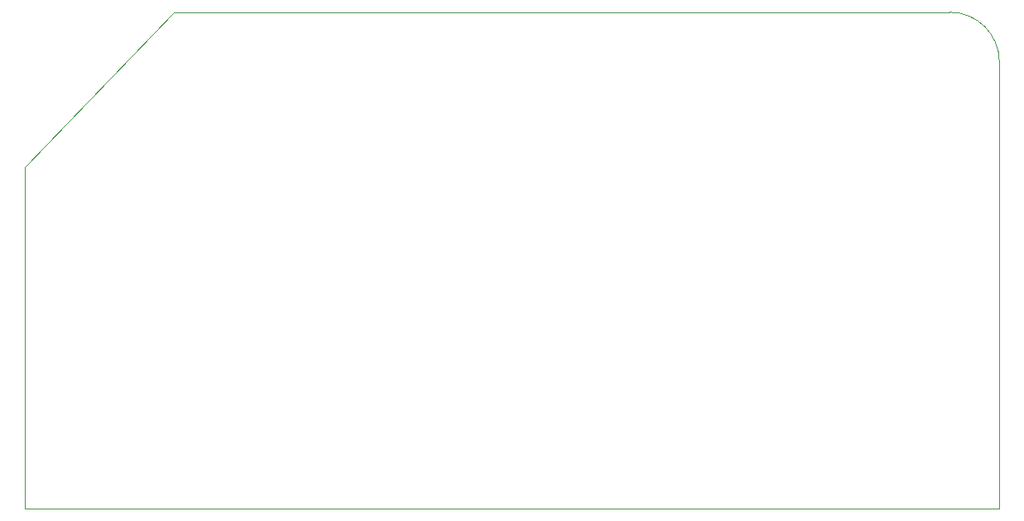
<source format=gbr>
G04 #@! TF.GenerationSoftware,KiCad,Pcbnew,(5.1.10)-1*
G04 #@! TF.CreationDate,2021-10-20T19:59:30+02:00*
G04 #@! TF.ProjectId,Arcnet,4172636e-6574-42e6-9b69-6361645f7063,rev?*
G04 #@! TF.SameCoordinates,Original*
G04 #@! TF.FileFunction,Profile,NP*
%FSLAX46Y46*%
G04 Gerber Fmt 4.6, Leading zero omitted, Abs format (unit mm)*
G04 Created by KiCad (PCBNEW (5.1.10)-1) date 2021-10-20 19:59:30*
%MOMM*%
%LPD*%
G01*
G04 APERTURE LIST*
G04 #@! TA.AperFunction,Profile*
%ADD10C,0.050000*%
G04 #@! TD*
G04 APERTURE END LIST*
D10*
X208280000Y-70485000D02*
G75*
G02*
X213360000Y-75565000I0J-5080000D01*
G01*
X213360000Y-121285000D02*
X213360000Y-75565000D01*
X128905000Y-70485000D02*
X208280000Y-70485000D01*
X113665000Y-86360000D02*
X128905000Y-70485000D01*
X113665000Y-121285000D02*
X113665000Y-86360000D01*
X113665000Y-121285000D02*
X213360000Y-121285000D01*
M02*

</source>
